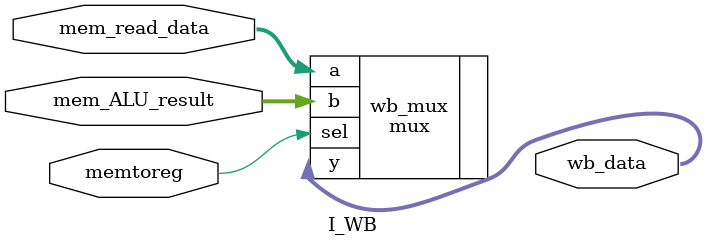
<source format=v>
`timescale 1ns / 1ps


module I_WB(
    output wire [31:0] wb_data,
    input wire [31:0] mem_read_data, mem_ALU_result,
    input wire memtoreg
    );
    
    mux wb_mux (
        .a(mem_read_data),
        .b(mem_ALU_result),
        .y(wb_data),
        .sel(memtoreg)
    );
endmodule

</source>
